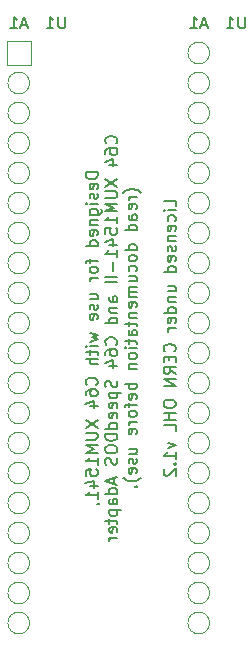
<source format=gbo>
%TF.GenerationSoftware,KiCad,Pcbnew,(5.1.8)-1*%
%TF.CreationDate,2021-04-29T21:41:25+02:00*%
%TF.ProjectId,C64 1541-II VIA Adapter,43363420-3135-4343-912d-494920564941,rev?*%
%TF.SameCoordinates,Original*%
%TF.FileFunction,Legend,Bot*%
%TF.FilePolarity,Positive*%
%FSLAX46Y46*%
G04 Gerber Fmt 4.6, Leading zero omitted, Abs format (unit mm)*
G04 Created by KiCad (PCBNEW (5.1.8)-1) date 2021-04-29 21:41:25*
%MOMM*%
%LPD*%
G01*
G04 APERTURE LIST*
%ADD10C,0.150000*%
%ADD11C,0.120000*%
G04 APERTURE END LIST*
D10*
X118189285Y-59856666D02*
X117713095Y-59856666D01*
X118284523Y-60142380D02*
X117951190Y-59142380D01*
X117617857Y-60142380D01*
X116760714Y-60142380D02*
X117332142Y-60142380D01*
X117046428Y-60142380D02*
X117046428Y-59142380D01*
X117141666Y-59285238D01*
X117236904Y-59380476D01*
X117332142Y-59428095D01*
X121411904Y-59142380D02*
X121411904Y-59951904D01*
X121364285Y-60047142D01*
X121316666Y-60094761D01*
X121221428Y-60142380D01*
X121030952Y-60142380D01*
X120935714Y-60094761D01*
X120888095Y-60047142D01*
X120840476Y-59951904D01*
X120840476Y-59142380D01*
X119840476Y-60142380D02*
X120411904Y-60142380D01*
X120126190Y-60142380D02*
X120126190Y-59142380D01*
X120221428Y-59285238D01*
X120316666Y-59380476D01*
X120411904Y-59428095D01*
X108912380Y-72336190D02*
X107912380Y-72336190D01*
X107912380Y-72574285D01*
X107960000Y-72717142D01*
X108055238Y-72812380D01*
X108150476Y-72860000D01*
X108340952Y-72907619D01*
X108483809Y-72907619D01*
X108674285Y-72860000D01*
X108769523Y-72812380D01*
X108864761Y-72717142D01*
X108912380Y-72574285D01*
X108912380Y-72336190D01*
X108864761Y-73717142D02*
X108912380Y-73621904D01*
X108912380Y-73431428D01*
X108864761Y-73336190D01*
X108769523Y-73288571D01*
X108388571Y-73288571D01*
X108293333Y-73336190D01*
X108245714Y-73431428D01*
X108245714Y-73621904D01*
X108293333Y-73717142D01*
X108388571Y-73764761D01*
X108483809Y-73764761D01*
X108579047Y-73288571D01*
X108864761Y-74145714D02*
X108912380Y-74240952D01*
X108912380Y-74431428D01*
X108864761Y-74526666D01*
X108769523Y-74574285D01*
X108721904Y-74574285D01*
X108626666Y-74526666D01*
X108579047Y-74431428D01*
X108579047Y-74288571D01*
X108531428Y-74193333D01*
X108436190Y-74145714D01*
X108388571Y-74145714D01*
X108293333Y-74193333D01*
X108245714Y-74288571D01*
X108245714Y-74431428D01*
X108293333Y-74526666D01*
X108912380Y-75002857D02*
X108245714Y-75002857D01*
X107912380Y-75002857D02*
X107960000Y-74955238D01*
X108007619Y-75002857D01*
X107960000Y-75050476D01*
X107912380Y-75002857D01*
X108007619Y-75002857D01*
X108245714Y-75907619D02*
X109055238Y-75907619D01*
X109150476Y-75860000D01*
X109198095Y-75812380D01*
X109245714Y-75717142D01*
X109245714Y-75574285D01*
X109198095Y-75479047D01*
X108864761Y-75907619D02*
X108912380Y-75812380D01*
X108912380Y-75621904D01*
X108864761Y-75526666D01*
X108817142Y-75479047D01*
X108721904Y-75431428D01*
X108436190Y-75431428D01*
X108340952Y-75479047D01*
X108293333Y-75526666D01*
X108245714Y-75621904D01*
X108245714Y-75812380D01*
X108293333Y-75907619D01*
X108245714Y-76383809D02*
X108912380Y-76383809D01*
X108340952Y-76383809D02*
X108293333Y-76431428D01*
X108245714Y-76526666D01*
X108245714Y-76669523D01*
X108293333Y-76764761D01*
X108388571Y-76812380D01*
X108912380Y-76812380D01*
X108864761Y-77669523D02*
X108912380Y-77574285D01*
X108912380Y-77383809D01*
X108864761Y-77288571D01*
X108769523Y-77240952D01*
X108388571Y-77240952D01*
X108293333Y-77288571D01*
X108245714Y-77383809D01*
X108245714Y-77574285D01*
X108293333Y-77669523D01*
X108388571Y-77717142D01*
X108483809Y-77717142D01*
X108579047Y-77240952D01*
X108912380Y-78574285D02*
X107912380Y-78574285D01*
X108864761Y-78574285D02*
X108912380Y-78479047D01*
X108912380Y-78288571D01*
X108864761Y-78193333D01*
X108817142Y-78145714D01*
X108721904Y-78098095D01*
X108436190Y-78098095D01*
X108340952Y-78145714D01*
X108293333Y-78193333D01*
X108245714Y-78288571D01*
X108245714Y-78479047D01*
X108293333Y-78574285D01*
X108245714Y-79669523D02*
X108245714Y-80050476D01*
X108912380Y-79812380D02*
X108055238Y-79812380D01*
X107960000Y-79860000D01*
X107912380Y-79955238D01*
X107912380Y-80050476D01*
X108912380Y-80526666D02*
X108864761Y-80431428D01*
X108817142Y-80383809D01*
X108721904Y-80336190D01*
X108436190Y-80336190D01*
X108340952Y-80383809D01*
X108293333Y-80431428D01*
X108245714Y-80526666D01*
X108245714Y-80669523D01*
X108293333Y-80764761D01*
X108340952Y-80812380D01*
X108436190Y-80860000D01*
X108721904Y-80860000D01*
X108817142Y-80812380D01*
X108864761Y-80764761D01*
X108912380Y-80669523D01*
X108912380Y-80526666D01*
X108912380Y-81288571D02*
X108245714Y-81288571D01*
X108436190Y-81288571D02*
X108340952Y-81336190D01*
X108293333Y-81383809D01*
X108245714Y-81479047D01*
X108245714Y-81574285D01*
X108245714Y-83098095D02*
X108912380Y-83098095D01*
X108245714Y-82669523D02*
X108769523Y-82669523D01*
X108864761Y-82717142D01*
X108912380Y-82812380D01*
X108912380Y-82955238D01*
X108864761Y-83050476D01*
X108817142Y-83098095D01*
X108864761Y-83526666D02*
X108912380Y-83621904D01*
X108912380Y-83812380D01*
X108864761Y-83907619D01*
X108769523Y-83955238D01*
X108721904Y-83955238D01*
X108626666Y-83907619D01*
X108579047Y-83812380D01*
X108579047Y-83669523D01*
X108531428Y-83574285D01*
X108436190Y-83526666D01*
X108388571Y-83526666D01*
X108293333Y-83574285D01*
X108245714Y-83669523D01*
X108245714Y-83812380D01*
X108293333Y-83907619D01*
X108864761Y-84764761D02*
X108912380Y-84669523D01*
X108912380Y-84479047D01*
X108864761Y-84383809D01*
X108769523Y-84336190D01*
X108388571Y-84336190D01*
X108293333Y-84383809D01*
X108245714Y-84479047D01*
X108245714Y-84669523D01*
X108293333Y-84764761D01*
X108388571Y-84812380D01*
X108483809Y-84812380D01*
X108579047Y-84336190D01*
X108245714Y-85907619D02*
X108912380Y-86098095D01*
X108436190Y-86288571D01*
X108912380Y-86479047D01*
X108245714Y-86669523D01*
X108912380Y-87050476D02*
X108245714Y-87050476D01*
X107912380Y-87050476D02*
X107960000Y-87002857D01*
X108007619Y-87050476D01*
X107960000Y-87098095D01*
X107912380Y-87050476D01*
X108007619Y-87050476D01*
X108245714Y-87383809D02*
X108245714Y-87764761D01*
X107912380Y-87526666D02*
X108769523Y-87526666D01*
X108864761Y-87574285D01*
X108912380Y-87669523D01*
X108912380Y-87764761D01*
X108912380Y-88098095D02*
X107912380Y-88098095D01*
X108912380Y-88526666D02*
X108388571Y-88526666D01*
X108293333Y-88479047D01*
X108245714Y-88383809D01*
X108245714Y-88240952D01*
X108293333Y-88145714D01*
X108340952Y-88098095D01*
X108817142Y-90336190D02*
X108864761Y-90288571D01*
X108912380Y-90145714D01*
X108912380Y-90050476D01*
X108864761Y-89907619D01*
X108769523Y-89812380D01*
X108674285Y-89764761D01*
X108483809Y-89717142D01*
X108340952Y-89717142D01*
X108150476Y-89764761D01*
X108055238Y-89812380D01*
X107960000Y-89907619D01*
X107912380Y-90050476D01*
X107912380Y-90145714D01*
X107960000Y-90288571D01*
X108007619Y-90336190D01*
X107912380Y-91193333D02*
X107912380Y-91002857D01*
X107960000Y-90907619D01*
X108007619Y-90859999D01*
X108150476Y-90764761D01*
X108340952Y-90717142D01*
X108721904Y-90717142D01*
X108817142Y-90764761D01*
X108864761Y-90812380D01*
X108912380Y-90907619D01*
X108912380Y-91098095D01*
X108864761Y-91193333D01*
X108817142Y-91240952D01*
X108721904Y-91288571D01*
X108483809Y-91288571D01*
X108388571Y-91240952D01*
X108340952Y-91193333D01*
X108293333Y-91098095D01*
X108293333Y-90907619D01*
X108340952Y-90812380D01*
X108388571Y-90764761D01*
X108483809Y-90717142D01*
X108245714Y-92145714D02*
X108912380Y-92145714D01*
X107864761Y-91907619D02*
X108579047Y-91669523D01*
X108579047Y-92288571D01*
X107912380Y-93336190D02*
X108912380Y-94002857D01*
X107912380Y-94002857D02*
X108912380Y-93336190D01*
X107912380Y-94383809D02*
X108721904Y-94383809D01*
X108817142Y-94431428D01*
X108864761Y-94479047D01*
X108912380Y-94574285D01*
X108912380Y-94764761D01*
X108864761Y-94859999D01*
X108817142Y-94907619D01*
X108721904Y-94955238D01*
X107912380Y-94955238D01*
X108912380Y-95431428D02*
X107912380Y-95431428D01*
X108626666Y-95764761D01*
X107912380Y-96098095D01*
X108912380Y-96098095D01*
X108912380Y-97098095D02*
X108912380Y-96526666D01*
X108912380Y-96812380D02*
X107912380Y-96812380D01*
X108055238Y-96717142D01*
X108150476Y-96621904D01*
X108198095Y-96526666D01*
X107912380Y-98002857D02*
X107912380Y-97526666D01*
X108388571Y-97479047D01*
X108340952Y-97526666D01*
X108293333Y-97621904D01*
X108293333Y-97859999D01*
X108340952Y-97955238D01*
X108388571Y-98002857D01*
X108483809Y-98050476D01*
X108721904Y-98050476D01*
X108817142Y-98002857D01*
X108864761Y-97955238D01*
X108912380Y-97859999D01*
X108912380Y-97621904D01*
X108864761Y-97526666D01*
X108817142Y-97479047D01*
X108245714Y-98907619D02*
X108912380Y-98907619D01*
X107864761Y-98669523D02*
X108579047Y-98431428D01*
X108579047Y-99050476D01*
X108912380Y-99955238D02*
X108912380Y-99383809D01*
X108912380Y-99669523D02*
X107912380Y-99669523D01*
X108055238Y-99574285D01*
X108150476Y-99479047D01*
X108198095Y-99383809D01*
X108864761Y-100431428D02*
X108912380Y-100431428D01*
X109007619Y-100383809D01*
X109055238Y-100336190D01*
X110467142Y-69883809D02*
X110514761Y-69836190D01*
X110562380Y-69693333D01*
X110562380Y-69598095D01*
X110514761Y-69455238D01*
X110419523Y-69360000D01*
X110324285Y-69312380D01*
X110133809Y-69264761D01*
X109990952Y-69264761D01*
X109800476Y-69312380D01*
X109705238Y-69360000D01*
X109610000Y-69455238D01*
X109562380Y-69598095D01*
X109562380Y-69693333D01*
X109610000Y-69836190D01*
X109657619Y-69883809D01*
X109562380Y-70740952D02*
X109562380Y-70550476D01*
X109610000Y-70455238D01*
X109657619Y-70407619D01*
X109800476Y-70312380D01*
X109990952Y-70264761D01*
X110371904Y-70264761D01*
X110467142Y-70312380D01*
X110514761Y-70360000D01*
X110562380Y-70455238D01*
X110562380Y-70645714D01*
X110514761Y-70740952D01*
X110467142Y-70788571D01*
X110371904Y-70836190D01*
X110133809Y-70836190D01*
X110038571Y-70788571D01*
X109990952Y-70740952D01*
X109943333Y-70645714D01*
X109943333Y-70455238D01*
X109990952Y-70360000D01*
X110038571Y-70312380D01*
X110133809Y-70264761D01*
X109895714Y-71693333D02*
X110562380Y-71693333D01*
X109514761Y-71455238D02*
X110229047Y-71217142D01*
X110229047Y-71836190D01*
X109562380Y-72883809D02*
X110562380Y-73550476D01*
X109562380Y-73550476D02*
X110562380Y-72883809D01*
X109562380Y-73931428D02*
X110371904Y-73931428D01*
X110467142Y-73979047D01*
X110514761Y-74026666D01*
X110562380Y-74121904D01*
X110562380Y-74312380D01*
X110514761Y-74407619D01*
X110467142Y-74455238D01*
X110371904Y-74502857D01*
X109562380Y-74502857D01*
X110562380Y-74979047D02*
X109562380Y-74979047D01*
X110276666Y-75312380D01*
X109562380Y-75645714D01*
X110562380Y-75645714D01*
X110562380Y-76645714D02*
X110562380Y-76074285D01*
X110562380Y-76360000D02*
X109562380Y-76360000D01*
X109705238Y-76264761D01*
X109800476Y-76169523D01*
X109848095Y-76074285D01*
X109562380Y-77550476D02*
X109562380Y-77074285D01*
X110038571Y-77026666D01*
X109990952Y-77074285D01*
X109943333Y-77169523D01*
X109943333Y-77407619D01*
X109990952Y-77502857D01*
X110038571Y-77550476D01*
X110133809Y-77598095D01*
X110371904Y-77598095D01*
X110467142Y-77550476D01*
X110514761Y-77502857D01*
X110562380Y-77407619D01*
X110562380Y-77169523D01*
X110514761Y-77074285D01*
X110467142Y-77026666D01*
X109895714Y-78455238D02*
X110562380Y-78455238D01*
X109514761Y-78217142D02*
X110229047Y-77979047D01*
X110229047Y-78598095D01*
X110562380Y-79502857D02*
X110562380Y-78931428D01*
X110562380Y-79217142D02*
X109562380Y-79217142D01*
X109705238Y-79121904D01*
X109800476Y-79026666D01*
X109848095Y-78931428D01*
X110181428Y-79931428D02*
X110181428Y-80693333D01*
X110562380Y-81169523D02*
X109562380Y-81169523D01*
X110562380Y-81645714D02*
X109562380Y-81645714D01*
X110562380Y-83312380D02*
X110038571Y-83312380D01*
X109943333Y-83264761D01*
X109895714Y-83169523D01*
X109895714Y-82979047D01*
X109943333Y-82883809D01*
X110514761Y-83312380D02*
X110562380Y-83217142D01*
X110562380Y-82979047D01*
X110514761Y-82883809D01*
X110419523Y-82836190D01*
X110324285Y-82836190D01*
X110229047Y-82883809D01*
X110181428Y-82979047D01*
X110181428Y-83217142D01*
X110133809Y-83312380D01*
X109895714Y-83788571D02*
X110562380Y-83788571D01*
X109990952Y-83788571D02*
X109943333Y-83836190D01*
X109895714Y-83931428D01*
X109895714Y-84074285D01*
X109943333Y-84169523D01*
X110038571Y-84217142D01*
X110562380Y-84217142D01*
X110562380Y-85121904D02*
X109562380Y-85121904D01*
X110514761Y-85121904D02*
X110562380Y-85026666D01*
X110562380Y-84836190D01*
X110514761Y-84740952D01*
X110467142Y-84693333D01*
X110371904Y-84645714D01*
X110086190Y-84645714D01*
X109990952Y-84693333D01*
X109943333Y-84740952D01*
X109895714Y-84836190D01*
X109895714Y-85026666D01*
X109943333Y-85121904D01*
X110467142Y-86931428D02*
X110514761Y-86883809D01*
X110562380Y-86740952D01*
X110562380Y-86645714D01*
X110514761Y-86502857D01*
X110419523Y-86407619D01*
X110324285Y-86359999D01*
X110133809Y-86312380D01*
X109990952Y-86312380D01*
X109800476Y-86359999D01*
X109705238Y-86407619D01*
X109610000Y-86502857D01*
X109562380Y-86645714D01*
X109562380Y-86740952D01*
X109610000Y-86883809D01*
X109657619Y-86931428D01*
X109562380Y-87788571D02*
X109562380Y-87598095D01*
X109610000Y-87502857D01*
X109657619Y-87455238D01*
X109800476Y-87359999D01*
X109990952Y-87312380D01*
X110371904Y-87312380D01*
X110467142Y-87359999D01*
X110514761Y-87407619D01*
X110562380Y-87502857D01*
X110562380Y-87693333D01*
X110514761Y-87788571D01*
X110467142Y-87836190D01*
X110371904Y-87883809D01*
X110133809Y-87883809D01*
X110038571Y-87836190D01*
X109990952Y-87788571D01*
X109943333Y-87693333D01*
X109943333Y-87502857D01*
X109990952Y-87407619D01*
X110038571Y-87359999D01*
X110133809Y-87312380D01*
X109895714Y-88740952D02*
X110562380Y-88740952D01*
X109514761Y-88502857D02*
X110229047Y-88264761D01*
X110229047Y-88883809D01*
X110514761Y-89979047D02*
X110562380Y-90121904D01*
X110562380Y-90359999D01*
X110514761Y-90455238D01*
X110467142Y-90502857D01*
X110371904Y-90550476D01*
X110276666Y-90550476D01*
X110181428Y-90502857D01*
X110133809Y-90455238D01*
X110086190Y-90359999D01*
X110038571Y-90169523D01*
X109990952Y-90074285D01*
X109943333Y-90026666D01*
X109848095Y-89979047D01*
X109752857Y-89979047D01*
X109657619Y-90026666D01*
X109610000Y-90074285D01*
X109562380Y-90169523D01*
X109562380Y-90407619D01*
X109610000Y-90550476D01*
X109895714Y-90979047D02*
X110895714Y-90979047D01*
X109943333Y-90979047D02*
X109895714Y-91074285D01*
X109895714Y-91264761D01*
X109943333Y-91359999D01*
X109990952Y-91407619D01*
X110086190Y-91455238D01*
X110371904Y-91455238D01*
X110467142Y-91407619D01*
X110514761Y-91359999D01*
X110562380Y-91264761D01*
X110562380Y-91074285D01*
X110514761Y-90979047D01*
X110514761Y-92264761D02*
X110562380Y-92169523D01*
X110562380Y-91979047D01*
X110514761Y-91883809D01*
X110419523Y-91836190D01*
X110038571Y-91836190D01*
X109943333Y-91883809D01*
X109895714Y-91979047D01*
X109895714Y-92169523D01*
X109943333Y-92264761D01*
X110038571Y-92312380D01*
X110133809Y-92312380D01*
X110229047Y-91836190D01*
X110514761Y-93121904D02*
X110562380Y-93026666D01*
X110562380Y-92836190D01*
X110514761Y-92740952D01*
X110419523Y-92693333D01*
X110038571Y-92693333D01*
X109943333Y-92740952D01*
X109895714Y-92836190D01*
X109895714Y-93026666D01*
X109943333Y-93121904D01*
X110038571Y-93169523D01*
X110133809Y-93169523D01*
X110229047Y-92693333D01*
X110562380Y-94026666D02*
X109562380Y-94026666D01*
X110514761Y-94026666D02*
X110562380Y-93931428D01*
X110562380Y-93740952D01*
X110514761Y-93645714D01*
X110467142Y-93598095D01*
X110371904Y-93550476D01*
X110086190Y-93550476D01*
X109990952Y-93598095D01*
X109943333Y-93645714D01*
X109895714Y-93740952D01*
X109895714Y-93931428D01*
X109943333Y-94026666D01*
X110562380Y-94502857D02*
X109562380Y-94502857D01*
X109562380Y-94740952D01*
X109610000Y-94883809D01*
X109705238Y-94979047D01*
X109800476Y-95026666D01*
X109990952Y-95074285D01*
X110133809Y-95074285D01*
X110324285Y-95026666D01*
X110419523Y-94979047D01*
X110514761Y-94883809D01*
X110562380Y-94740952D01*
X110562380Y-94502857D01*
X109562380Y-95693333D02*
X109562380Y-95883809D01*
X109610000Y-95979047D01*
X109705238Y-96074285D01*
X109895714Y-96121904D01*
X110229047Y-96121904D01*
X110419523Y-96074285D01*
X110514761Y-95979047D01*
X110562380Y-95883809D01*
X110562380Y-95693333D01*
X110514761Y-95598095D01*
X110419523Y-95502857D01*
X110229047Y-95455238D01*
X109895714Y-95455238D01*
X109705238Y-95502857D01*
X109610000Y-95598095D01*
X109562380Y-95693333D01*
X110514761Y-96502857D02*
X110562380Y-96645714D01*
X110562380Y-96883809D01*
X110514761Y-96979047D01*
X110467142Y-97026666D01*
X110371904Y-97074285D01*
X110276666Y-97074285D01*
X110181428Y-97026666D01*
X110133809Y-96979047D01*
X110086190Y-96883809D01*
X110038571Y-96693333D01*
X109990952Y-96598095D01*
X109943333Y-96550476D01*
X109848095Y-96502857D01*
X109752857Y-96502857D01*
X109657619Y-96550476D01*
X109610000Y-96598095D01*
X109562380Y-96693333D01*
X109562380Y-96931428D01*
X109610000Y-97074285D01*
X110276666Y-98217142D02*
X110276666Y-98693333D01*
X110562380Y-98121904D02*
X109562380Y-98455238D01*
X110562380Y-98788571D01*
X110562380Y-99550476D02*
X109562380Y-99550476D01*
X110514761Y-99550476D02*
X110562380Y-99455238D01*
X110562380Y-99264761D01*
X110514761Y-99169523D01*
X110467142Y-99121904D01*
X110371904Y-99074285D01*
X110086190Y-99074285D01*
X109990952Y-99121904D01*
X109943333Y-99169523D01*
X109895714Y-99264761D01*
X109895714Y-99455238D01*
X109943333Y-99550476D01*
X110562380Y-100455238D02*
X110038571Y-100455238D01*
X109943333Y-100407619D01*
X109895714Y-100312380D01*
X109895714Y-100121904D01*
X109943333Y-100026666D01*
X110514761Y-100455238D02*
X110562380Y-100359999D01*
X110562380Y-100121904D01*
X110514761Y-100026666D01*
X110419523Y-99979047D01*
X110324285Y-99979047D01*
X110229047Y-100026666D01*
X110181428Y-100121904D01*
X110181428Y-100359999D01*
X110133809Y-100455238D01*
X109895714Y-100931428D02*
X110895714Y-100931428D01*
X109943333Y-100931428D02*
X109895714Y-101026666D01*
X109895714Y-101217142D01*
X109943333Y-101312380D01*
X109990952Y-101359999D01*
X110086190Y-101407619D01*
X110371904Y-101407619D01*
X110467142Y-101359999D01*
X110514761Y-101312380D01*
X110562380Y-101217142D01*
X110562380Y-101026666D01*
X110514761Y-100931428D01*
X109895714Y-101693333D02*
X109895714Y-102074285D01*
X109562380Y-101836190D02*
X110419523Y-101836190D01*
X110514761Y-101883809D01*
X110562380Y-101979047D01*
X110562380Y-102074285D01*
X110514761Y-102788571D02*
X110562380Y-102693333D01*
X110562380Y-102502857D01*
X110514761Y-102407619D01*
X110419523Y-102359999D01*
X110038571Y-102359999D01*
X109943333Y-102407619D01*
X109895714Y-102502857D01*
X109895714Y-102693333D01*
X109943333Y-102788571D01*
X110038571Y-102836190D01*
X110133809Y-102836190D01*
X110229047Y-102359999D01*
X110562380Y-103264761D02*
X109895714Y-103264761D01*
X110086190Y-103264761D02*
X109990952Y-103312380D01*
X109943333Y-103359999D01*
X109895714Y-103455238D01*
X109895714Y-103550476D01*
X112593333Y-74050476D02*
X112545714Y-74002857D01*
X112402857Y-73907619D01*
X112307619Y-73860000D01*
X112164761Y-73812380D01*
X111926666Y-73764761D01*
X111736190Y-73764761D01*
X111498095Y-73812380D01*
X111355238Y-73860000D01*
X111260000Y-73907619D01*
X111117142Y-74002857D01*
X111069523Y-74050476D01*
X112212380Y-74431428D02*
X111545714Y-74431428D01*
X111736190Y-74431428D02*
X111640952Y-74479047D01*
X111593333Y-74526666D01*
X111545714Y-74621904D01*
X111545714Y-74717142D01*
X112164761Y-75431428D02*
X112212380Y-75336190D01*
X112212380Y-75145714D01*
X112164761Y-75050476D01*
X112069523Y-75002857D01*
X111688571Y-75002857D01*
X111593333Y-75050476D01*
X111545714Y-75145714D01*
X111545714Y-75336190D01*
X111593333Y-75431428D01*
X111688571Y-75479047D01*
X111783809Y-75479047D01*
X111879047Y-75002857D01*
X112212380Y-76336190D02*
X111688571Y-76336190D01*
X111593333Y-76288571D01*
X111545714Y-76193333D01*
X111545714Y-76002857D01*
X111593333Y-75907619D01*
X112164761Y-76336190D02*
X112212380Y-76240952D01*
X112212380Y-76002857D01*
X112164761Y-75907619D01*
X112069523Y-75860000D01*
X111974285Y-75860000D01*
X111879047Y-75907619D01*
X111831428Y-76002857D01*
X111831428Y-76240952D01*
X111783809Y-76336190D01*
X112212380Y-77240952D02*
X111212380Y-77240952D01*
X112164761Y-77240952D02*
X112212380Y-77145714D01*
X112212380Y-76955238D01*
X112164761Y-76860000D01*
X112117142Y-76812380D01*
X112021904Y-76764761D01*
X111736190Y-76764761D01*
X111640952Y-76812380D01*
X111593333Y-76860000D01*
X111545714Y-76955238D01*
X111545714Y-77145714D01*
X111593333Y-77240952D01*
X112212380Y-78907619D02*
X111212380Y-78907619D01*
X112164761Y-78907619D02*
X112212380Y-78812380D01*
X112212380Y-78621904D01*
X112164761Y-78526666D01*
X112117142Y-78479047D01*
X112021904Y-78431428D01*
X111736190Y-78431428D01*
X111640952Y-78479047D01*
X111593333Y-78526666D01*
X111545714Y-78621904D01*
X111545714Y-78812380D01*
X111593333Y-78907619D01*
X112212380Y-79526666D02*
X112164761Y-79431428D01*
X112117142Y-79383809D01*
X112021904Y-79336190D01*
X111736190Y-79336190D01*
X111640952Y-79383809D01*
X111593333Y-79431428D01*
X111545714Y-79526666D01*
X111545714Y-79669523D01*
X111593333Y-79764761D01*
X111640952Y-79812380D01*
X111736190Y-79860000D01*
X112021904Y-79860000D01*
X112117142Y-79812380D01*
X112164761Y-79764761D01*
X112212380Y-79669523D01*
X112212380Y-79526666D01*
X112164761Y-80717142D02*
X112212380Y-80621904D01*
X112212380Y-80431428D01*
X112164761Y-80336190D01*
X112117142Y-80288571D01*
X112021904Y-80240952D01*
X111736190Y-80240952D01*
X111640952Y-80288571D01*
X111593333Y-80336190D01*
X111545714Y-80431428D01*
X111545714Y-80621904D01*
X111593333Y-80717142D01*
X111545714Y-81574285D02*
X112212380Y-81574285D01*
X111545714Y-81145714D02*
X112069523Y-81145714D01*
X112164761Y-81193333D01*
X112212380Y-81288571D01*
X112212380Y-81431428D01*
X112164761Y-81526666D01*
X112117142Y-81574285D01*
X112212380Y-82050476D02*
X111545714Y-82050476D01*
X111640952Y-82050476D02*
X111593333Y-82098095D01*
X111545714Y-82193333D01*
X111545714Y-82336190D01*
X111593333Y-82431428D01*
X111688571Y-82479047D01*
X112212380Y-82479047D01*
X111688571Y-82479047D02*
X111593333Y-82526666D01*
X111545714Y-82621904D01*
X111545714Y-82764761D01*
X111593333Y-82860000D01*
X111688571Y-82907619D01*
X112212380Y-82907619D01*
X112164761Y-83764761D02*
X112212380Y-83669523D01*
X112212380Y-83479047D01*
X112164761Y-83383809D01*
X112069523Y-83336190D01*
X111688571Y-83336190D01*
X111593333Y-83383809D01*
X111545714Y-83479047D01*
X111545714Y-83669523D01*
X111593333Y-83764761D01*
X111688571Y-83812380D01*
X111783809Y-83812380D01*
X111879047Y-83336190D01*
X111545714Y-84240952D02*
X112212380Y-84240952D01*
X111640952Y-84240952D02*
X111593333Y-84288571D01*
X111545714Y-84383809D01*
X111545714Y-84526666D01*
X111593333Y-84621904D01*
X111688571Y-84669523D01*
X112212380Y-84669523D01*
X111545714Y-85002857D02*
X111545714Y-85383809D01*
X111212380Y-85145714D02*
X112069523Y-85145714D01*
X112164761Y-85193333D01*
X112212380Y-85288571D01*
X112212380Y-85383809D01*
X112212380Y-86145714D02*
X111688571Y-86145714D01*
X111593333Y-86098095D01*
X111545714Y-86002857D01*
X111545714Y-85812380D01*
X111593333Y-85717142D01*
X112164761Y-86145714D02*
X112212380Y-86050476D01*
X112212380Y-85812380D01*
X112164761Y-85717142D01*
X112069523Y-85669523D01*
X111974285Y-85669523D01*
X111879047Y-85717142D01*
X111831428Y-85812380D01*
X111831428Y-86050476D01*
X111783809Y-86145714D01*
X111545714Y-86479047D02*
X111545714Y-86860000D01*
X111212380Y-86621904D02*
X112069523Y-86621904D01*
X112164761Y-86669523D01*
X112212380Y-86764761D01*
X112212380Y-86860000D01*
X112212380Y-87193333D02*
X111545714Y-87193333D01*
X111212380Y-87193333D02*
X111260000Y-87145714D01*
X111307619Y-87193333D01*
X111260000Y-87240952D01*
X111212380Y-87193333D01*
X111307619Y-87193333D01*
X112212380Y-87812380D02*
X112164761Y-87717142D01*
X112117142Y-87669523D01*
X112021904Y-87621904D01*
X111736190Y-87621904D01*
X111640952Y-87669523D01*
X111593333Y-87717142D01*
X111545714Y-87812380D01*
X111545714Y-87955238D01*
X111593333Y-88050476D01*
X111640952Y-88098095D01*
X111736190Y-88145714D01*
X112021904Y-88145714D01*
X112117142Y-88098095D01*
X112164761Y-88050476D01*
X112212380Y-87955238D01*
X112212380Y-87812380D01*
X111545714Y-88574285D02*
X112212380Y-88574285D01*
X111640952Y-88574285D02*
X111593333Y-88621904D01*
X111545714Y-88717142D01*
X111545714Y-88860000D01*
X111593333Y-88955238D01*
X111688571Y-89002857D01*
X112212380Y-89002857D01*
X112212380Y-90240952D02*
X111212380Y-90240952D01*
X111593333Y-90240952D02*
X111545714Y-90336190D01*
X111545714Y-90526666D01*
X111593333Y-90621904D01*
X111640952Y-90669523D01*
X111736190Y-90717142D01*
X112021904Y-90717142D01*
X112117142Y-90669523D01*
X112164761Y-90621904D01*
X112212380Y-90526666D01*
X112212380Y-90336190D01*
X112164761Y-90240952D01*
X112164761Y-91526666D02*
X112212380Y-91431428D01*
X112212380Y-91240952D01*
X112164761Y-91145714D01*
X112069523Y-91098095D01*
X111688571Y-91098095D01*
X111593333Y-91145714D01*
X111545714Y-91240952D01*
X111545714Y-91431428D01*
X111593333Y-91526666D01*
X111688571Y-91574285D01*
X111783809Y-91574285D01*
X111879047Y-91098095D01*
X111545714Y-91860000D02*
X111545714Y-92240952D01*
X112212380Y-92002857D02*
X111355238Y-92002857D01*
X111260000Y-92050476D01*
X111212380Y-92145714D01*
X111212380Y-92240952D01*
X112212380Y-92717142D02*
X112164761Y-92621904D01*
X112117142Y-92574285D01*
X112021904Y-92526666D01*
X111736190Y-92526666D01*
X111640952Y-92574285D01*
X111593333Y-92621904D01*
X111545714Y-92717142D01*
X111545714Y-92860000D01*
X111593333Y-92955238D01*
X111640952Y-93002857D01*
X111736190Y-93050476D01*
X112021904Y-93050476D01*
X112117142Y-93002857D01*
X112164761Y-92955238D01*
X112212380Y-92860000D01*
X112212380Y-92717142D01*
X112212380Y-93479047D02*
X111545714Y-93479047D01*
X111736190Y-93479047D02*
X111640952Y-93526666D01*
X111593333Y-93574285D01*
X111545714Y-93669523D01*
X111545714Y-93764761D01*
X112164761Y-94479047D02*
X112212380Y-94383809D01*
X112212380Y-94193333D01*
X112164761Y-94098095D01*
X112069523Y-94050476D01*
X111688571Y-94050476D01*
X111593333Y-94098095D01*
X111545714Y-94193333D01*
X111545714Y-94383809D01*
X111593333Y-94479047D01*
X111688571Y-94526666D01*
X111783809Y-94526666D01*
X111879047Y-94050476D01*
X111545714Y-96145714D02*
X112212380Y-96145714D01*
X111545714Y-95717142D02*
X112069523Y-95717142D01*
X112164761Y-95764761D01*
X112212380Y-95860000D01*
X112212380Y-96002857D01*
X112164761Y-96098095D01*
X112117142Y-96145714D01*
X112164761Y-96574285D02*
X112212380Y-96669523D01*
X112212380Y-96860000D01*
X112164761Y-96955238D01*
X112069523Y-97002857D01*
X112021904Y-97002857D01*
X111926666Y-96955238D01*
X111879047Y-96860000D01*
X111879047Y-96717142D01*
X111831428Y-96621904D01*
X111736190Y-96574285D01*
X111688571Y-96574285D01*
X111593333Y-96621904D01*
X111545714Y-96717142D01*
X111545714Y-96860000D01*
X111593333Y-96955238D01*
X112164761Y-97812380D02*
X112212380Y-97717142D01*
X112212380Y-97526666D01*
X112164761Y-97431428D01*
X112069523Y-97383809D01*
X111688571Y-97383809D01*
X111593333Y-97431428D01*
X111545714Y-97526666D01*
X111545714Y-97717142D01*
X111593333Y-97812380D01*
X111688571Y-97860000D01*
X111783809Y-97860000D01*
X111879047Y-97383809D01*
X112593333Y-98193333D02*
X112545714Y-98240952D01*
X112402857Y-98336190D01*
X112307619Y-98383809D01*
X112164761Y-98431428D01*
X111926666Y-98479047D01*
X111736190Y-98479047D01*
X111498095Y-98431428D01*
X111355238Y-98383809D01*
X111260000Y-98336190D01*
X111117142Y-98240952D01*
X111069523Y-98193333D01*
X112117142Y-98955238D02*
X112164761Y-99002857D01*
X112212380Y-98955238D01*
X112164761Y-98907619D01*
X112117142Y-98955238D01*
X112212380Y-98955238D01*
X115512380Y-75217142D02*
X115512380Y-74740952D01*
X114512380Y-74740952D01*
X115512380Y-75550476D02*
X114845714Y-75550476D01*
X114512380Y-75550476D02*
X114560000Y-75502857D01*
X114607619Y-75550476D01*
X114560000Y-75598095D01*
X114512380Y-75550476D01*
X114607619Y-75550476D01*
X115464761Y-76455238D02*
X115512380Y-76360000D01*
X115512380Y-76169523D01*
X115464761Y-76074285D01*
X115417142Y-76026666D01*
X115321904Y-75979047D01*
X115036190Y-75979047D01*
X114940952Y-76026666D01*
X114893333Y-76074285D01*
X114845714Y-76169523D01*
X114845714Y-76360000D01*
X114893333Y-76455238D01*
X115464761Y-77264761D02*
X115512380Y-77169523D01*
X115512380Y-76979047D01*
X115464761Y-76883809D01*
X115369523Y-76836190D01*
X114988571Y-76836190D01*
X114893333Y-76883809D01*
X114845714Y-76979047D01*
X114845714Y-77169523D01*
X114893333Y-77264761D01*
X114988571Y-77312380D01*
X115083809Y-77312380D01*
X115179047Y-76836190D01*
X114845714Y-77740952D02*
X115512380Y-77740952D01*
X114940952Y-77740952D02*
X114893333Y-77788571D01*
X114845714Y-77883809D01*
X114845714Y-78026666D01*
X114893333Y-78121904D01*
X114988571Y-78169523D01*
X115512380Y-78169523D01*
X115464761Y-78598095D02*
X115512380Y-78693333D01*
X115512380Y-78883809D01*
X115464761Y-78979047D01*
X115369523Y-79026666D01*
X115321904Y-79026666D01*
X115226666Y-78979047D01*
X115179047Y-78883809D01*
X115179047Y-78740952D01*
X115131428Y-78645714D01*
X115036190Y-78598095D01*
X114988571Y-78598095D01*
X114893333Y-78645714D01*
X114845714Y-78740952D01*
X114845714Y-78883809D01*
X114893333Y-78979047D01*
X115464761Y-79836190D02*
X115512380Y-79740952D01*
X115512380Y-79550476D01*
X115464761Y-79455238D01*
X115369523Y-79407619D01*
X114988571Y-79407619D01*
X114893333Y-79455238D01*
X114845714Y-79550476D01*
X114845714Y-79740952D01*
X114893333Y-79836190D01*
X114988571Y-79883809D01*
X115083809Y-79883809D01*
X115179047Y-79407619D01*
X115512380Y-80740952D02*
X114512380Y-80740952D01*
X115464761Y-80740952D02*
X115512380Y-80645714D01*
X115512380Y-80455238D01*
X115464761Y-80360000D01*
X115417142Y-80312380D01*
X115321904Y-80264761D01*
X115036190Y-80264761D01*
X114940952Y-80312380D01*
X114893333Y-80360000D01*
X114845714Y-80455238D01*
X114845714Y-80645714D01*
X114893333Y-80740952D01*
X114845714Y-82407619D02*
X115512380Y-82407619D01*
X114845714Y-81979047D02*
X115369523Y-81979047D01*
X115464761Y-82026666D01*
X115512380Y-82121904D01*
X115512380Y-82264761D01*
X115464761Y-82360000D01*
X115417142Y-82407619D01*
X114845714Y-82883809D02*
X115512380Y-82883809D01*
X114940952Y-82883809D02*
X114893333Y-82931428D01*
X114845714Y-83026666D01*
X114845714Y-83169523D01*
X114893333Y-83264761D01*
X114988571Y-83312380D01*
X115512380Y-83312380D01*
X115512380Y-84217142D02*
X114512380Y-84217142D01*
X115464761Y-84217142D02*
X115512380Y-84121904D01*
X115512380Y-83931428D01*
X115464761Y-83836190D01*
X115417142Y-83788571D01*
X115321904Y-83740952D01*
X115036190Y-83740952D01*
X114940952Y-83788571D01*
X114893333Y-83836190D01*
X114845714Y-83931428D01*
X114845714Y-84121904D01*
X114893333Y-84217142D01*
X115464761Y-85074285D02*
X115512380Y-84979047D01*
X115512380Y-84788571D01*
X115464761Y-84693333D01*
X115369523Y-84645714D01*
X114988571Y-84645714D01*
X114893333Y-84693333D01*
X114845714Y-84788571D01*
X114845714Y-84979047D01*
X114893333Y-85074285D01*
X114988571Y-85121904D01*
X115083809Y-85121904D01*
X115179047Y-84645714D01*
X115512380Y-85550476D02*
X114845714Y-85550476D01*
X115036190Y-85550476D02*
X114940952Y-85598095D01*
X114893333Y-85645714D01*
X114845714Y-85740952D01*
X114845714Y-85836190D01*
X115417142Y-87502857D02*
X115464761Y-87455238D01*
X115512380Y-87312380D01*
X115512380Y-87217142D01*
X115464761Y-87074285D01*
X115369523Y-86979047D01*
X115274285Y-86931428D01*
X115083809Y-86883809D01*
X114940952Y-86883809D01*
X114750476Y-86931428D01*
X114655238Y-86979047D01*
X114560000Y-87074285D01*
X114512380Y-87217142D01*
X114512380Y-87312380D01*
X114560000Y-87455238D01*
X114607619Y-87502857D01*
X114988571Y-87931428D02*
X114988571Y-88264761D01*
X115512380Y-88407619D02*
X115512380Y-87931428D01*
X114512380Y-87931428D01*
X114512380Y-88407619D01*
X115512380Y-89407619D02*
X115036190Y-89074285D01*
X115512380Y-88836190D02*
X114512380Y-88836190D01*
X114512380Y-89217142D01*
X114560000Y-89312380D01*
X114607619Y-89360000D01*
X114702857Y-89407619D01*
X114845714Y-89407619D01*
X114940952Y-89360000D01*
X114988571Y-89312380D01*
X115036190Y-89217142D01*
X115036190Y-88836190D01*
X115512380Y-89836190D02*
X114512380Y-89836190D01*
X115512380Y-90407619D01*
X114512380Y-90407619D01*
X114512380Y-91836190D02*
X114512380Y-92026666D01*
X114560000Y-92121904D01*
X114655238Y-92217142D01*
X114845714Y-92264761D01*
X115179047Y-92264761D01*
X115369523Y-92217142D01*
X115464761Y-92121904D01*
X115512380Y-92026666D01*
X115512380Y-91836190D01*
X115464761Y-91740952D01*
X115369523Y-91645714D01*
X115179047Y-91598095D01*
X114845714Y-91598095D01*
X114655238Y-91645714D01*
X114560000Y-91740952D01*
X114512380Y-91836190D01*
X115512380Y-92693333D02*
X114512380Y-92693333D01*
X114988571Y-92693333D02*
X114988571Y-93264761D01*
X115512380Y-93264761D02*
X114512380Y-93264761D01*
X115512380Y-94217142D02*
X115512380Y-93740952D01*
X114512380Y-93740952D01*
X114845714Y-95217142D02*
X115512380Y-95455238D01*
X114845714Y-95693333D01*
X115512380Y-96598095D02*
X115512380Y-96026666D01*
X115512380Y-96312380D02*
X114512380Y-96312380D01*
X114655238Y-96217142D01*
X114750476Y-96121904D01*
X114798095Y-96026666D01*
X115417142Y-97026666D02*
X115464761Y-97074285D01*
X115512380Y-97026666D01*
X115464761Y-96979047D01*
X115417142Y-97026666D01*
X115512380Y-97026666D01*
X114607619Y-97455238D02*
X114560000Y-97502857D01*
X114512380Y-97598095D01*
X114512380Y-97836190D01*
X114560000Y-97931428D01*
X114607619Y-97979047D01*
X114702857Y-98026666D01*
X114798095Y-98026666D01*
X114940952Y-97979047D01*
X115512380Y-97407619D01*
X115512380Y-98026666D01*
D11*
%TO.C,A1*%
X103251000Y-63246000D02*
X101219000Y-63246000D01*
X103251000Y-61214000D02*
X103251000Y-63246000D01*
X101219000Y-61214000D02*
X103251000Y-61214000D01*
X101219000Y-63246000D02*
X101219000Y-61214000D01*
X118390810Y-64770000D02*
G75*
G03*
X118390810Y-64770000I-915810J0D01*
G01*
X103150810Y-64770000D02*
G75*
G03*
X103150810Y-64770000I-915810J0D01*
G01*
X118390810Y-67310000D02*
G75*
G03*
X118390810Y-67310000I-915810J0D01*
G01*
X103150810Y-67310000D02*
G75*
G03*
X103150810Y-67310000I-915810J0D01*
G01*
X118390810Y-69850000D02*
G75*
G03*
X118390810Y-69850000I-915810J0D01*
G01*
X103150810Y-69850000D02*
G75*
G03*
X103150810Y-69850000I-915810J0D01*
G01*
X118390810Y-72390000D02*
G75*
G03*
X118390810Y-72390000I-915810J0D01*
G01*
X103150810Y-72390000D02*
G75*
G03*
X103150810Y-72390000I-915810J0D01*
G01*
X118390810Y-74930000D02*
G75*
G03*
X118390810Y-74930000I-915810J0D01*
G01*
X103150810Y-74930000D02*
G75*
G03*
X103150810Y-74930000I-915810J0D01*
G01*
X118390810Y-77470000D02*
G75*
G03*
X118390810Y-77470000I-915810J0D01*
G01*
X103150810Y-77470000D02*
G75*
G03*
X103150810Y-77470000I-915810J0D01*
G01*
X118390810Y-80010000D02*
G75*
G03*
X118390810Y-80010000I-915810J0D01*
G01*
X103150810Y-80010000D02*
G75*
G03*
X103150810Y-80010000I-915810J0D01*
G01*
X118390810Y-82550000D02*
G75*
G03*
X118390810Y-82550000I-915810J0D01*
G01*
X103150810Y-82550000D02*
G75*
G03*
X103150810Y-82550000I-915810J0D01*
G01*
X118390810Y-85090000D02*
G75*
G03*
X118390810Y-85090000I-915810J0D01*
G01*
X103150810Y-85090000D02*
G75*
G03*
X103150810Y-85090000I-915810J0D01*
G01*
X118390810Y-87630000D02*
G75*
G03*
X118390810Y-87630000I-915810J0D01*
G01*
X103150810Y-87630000D02*
G75*
G03*
X103150810Y-87630000I-915810J0D01*
G01*
X118390810Y-90170000D02*
G75*
G03*
X118390810Y-90170000I-915810J0D01*
G01*
X103150810Y-90170000D02*
G75*
G03*
X103150810Y-90170000I-915810J0D01*
G01*
X118390810Y-92710000D02*
G75*
G03*
X118390810Y-92710000I-915810J0D01*
G01*
X103150810Y-92710000D02*
G75*
G03*
X103150810Y-92710000I-915810J0D01*
G01*
X118390810Y-95250000D02*
G75*
G03*
X118390810Y-95250000I-915810J0D01*
G01*
X103150810Y-95250000D02*
G75*
G03*
X103150810Y-95250000I-915810J0D01*
G01*
X118390810Y-97790000D02*
G75*
G03*
X118390810Y-97790000I-915810J0D01*
G01*
X103150810Y-97790000D02*
G75*
G03*
X103150810Y-97790000I-915810J0D01*
G01*
X118390810Y-100330000D02*
G75*
G03*
X118390810Y-100330000I-915810J0D01*
G01*
X103150810Y-100330000D02*
G75*
G03*
X103150810Y-100330000I-915810J0D01*
G01*
X118390810Y-102870000D02*
G75*
G03*
X118390810Y-102870000I-915810J0D01*
G01*
X103150810Y-102870000D02*
G75*
G03*
X103150810Y-102870000I-915810J0D01*
G01*
X118390810Y-105410000D02*
G75*
G03*
X118390810Y-105410000I-915810J0D01*
G01*
X103150810Y-105410000D02*
G75*
G03*
X103150810Y-105410000I-915810J0D01*
G01*
X118390810Y-107950000D02*
G75*
G03*
X118390810Y-107950000I-915810J0D01*
G01*
X103150810Y-107950000D02*
G75*
G03*
X103150810Y-107950000I-915810J0D01*
G01*
X118390810Y-110490000D02*
G75*
G03*
X118390810Y-110490000I-915810J0D01*
G01*
X103150810Y-110490000D02*
G75*
G03*
X103150810Y-110490000I-915810J0D01*
G01*
X118390810Y-62230000D02*
G75*
G03*
X118390810Y-62230000I-915810J0D01*
G01*
D10*
X102949285Y-59856666D02*
X102473095Y-59856666D01*
X103044523Y-60142380D02*
X102711190Y-59142380D01*
X102377857Y-60142380D01*
X101520714Y-60142380D02*
X102092142Y-60142380D01*
X101806428Y-60142380D02*
X101806428Y-59142380D01*
X101901666Y-59285238D01*
X101996904Y-59380476D01*
X102092142Y-59428095D01*
%TO.C,U1*%
X106171904Y-59142380D02*
X106171904Y-59951904D01*
X106124285Y-60047142D01*
X106076666Y-60094761D01*
X105981428Y-60142380D01*
X105790952Y-60142380D01*
X105695714Y-60094761D01*
X105648095Y-60047142D01*
X105600476Y-59951904D01*
X105600476Y-59142380D01*
X104600476Y-60142380D02*
X105171904Y-60142380D01*
X104886190Y-60142380D02*
X104886190Y-59142380D01*
X104981428Y-59285238D01*
X105076666Y-59380476D01*
X105171904Y-59428095D01*
%TD*%
M02*

</source>
